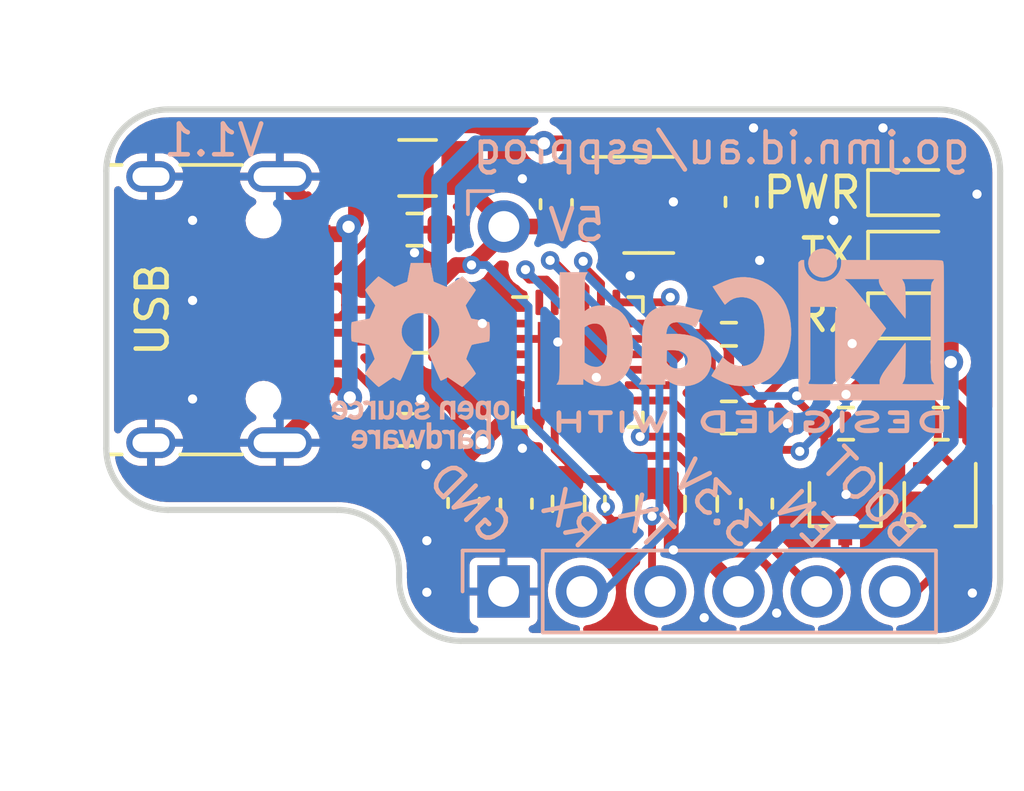
<source format=kicad_pcb>
(kicad_pcb (version 20210824) (generator pcbnew)
  (layers (0 "F.Cu" signal) (31 "B.Cu" signal) (34 "B.Paste" user) (35 "F.Paste" user) (36 "B.SilkS" user "B.Silkscreen") (37 "F.SilkS" user "F.Silkscreen") (38 "B.Mask" user) (39 "F.Mask" user) (44 "Edge.Cuts" user))
  (net 0 "")
  (net 1 "GND")
  (net 2 "+3V3")
  (net 3 "/BOOT")
  (net 17 "Net-(Q1-Pad1)")
  (net 18 "Net-(Q2-Pad1)")
  (net 19 "Net-(R5-Pad2)")
  (net 20 "Net-(R3-Pad2)")
  (net 21 "Net-(J2-PadB5)")
  (net 22 "Net-(J2-PadA5)")
  (net 23 "Net-(F1-Pad1)")
  (net 24 "Net-(D4-Pad1)")
  (net 25 "Net-(D3-Pad1)")
  (net 26 "Net-(D2-Pad1)")
  (net 27 "/TXT")
  (net 28 "/RX")
  (net 29 "/RXT")
  (net 30 "/TX")
  (net 31 "/RTS")
  (net 32 "/EN")
  (net 33 "/DTR")
  (net 34 "/D-")
  (net 35 "/D+")
  (net 36 "+5V")
  (net 37 "/CONN_D+")
  (net 38 "/CONN_D-")
  (footprint "Package_DFN_QFN:QFN-24-1EP_4x4mm_P0.5mm_EP2.6x2.6mm" (layer "F.Cu") (at 53.3 80.2)
    (fp_text reference "U1" hide)
    (fp_text value "CP2102N-Axx-xQFN24")
    (pad "1" smd roundrect locked (at -1.9375 -1.25) (size 0.825 0.25) (layers "F.Cu" "F.Paste" "F.Mask"))
    (pad "2" smd roundrect locked (at -1.9375 -0.75) (size 0.825 0.25) (layers "F.Cu" "F.Paste" "F.Mask") (net 1 "GND"))
    (pad "3" smd roundrect locked (at -1.9375 -0.25) (size 0.825 0.25) (layers "F.Cu" "F.Paste" "F.Mask") (net 35 "/D+"))
    (pad "4" smd roundrect locked (at -1.9375 0.25) (size 0.825 0.25) (layers "F.Cu" "F.Paste" "F.Mask") (net 34 "/D-"))
    (pad "5" smd roundrect locked (at -1.9375 0.75) (size 0.825 0.25) (layers "F.Cu" "F.Paste" "F.Mask") (net 2 "+3V3"))
    (pad "6" smd roundrect locked (at -1.9375 1.25) (size 0.825 0.25) (layers "F.Cu" "F.Paste" "F.Mask") (net 2 "+3V3"))
    (pad "7" smd roundrect locked (at -1.25 1.9375) (size 0.25 0.825) (layers "F.Cu" "F.Paste" "F.Mask") (net 2 "+3V3"))
    (pad "8" smd roundrect locked (at -0.75 1.9375) (size 0.25 0.825) (layers "F.Cu" "F.Paste" "F.Mask") (net 20 "Net-(R3-Pad2)"))
    (pad "9" smd roundrect locked (at -0.25 1.9375) (size 0.25 0.825) (layers "F.Cu" "F.Paste" "F.Mask") (net 19 "Net-(R5-Pad2)"))
    (pad "10" smd roundrect locked (at 0.25 1.9375) (size 0.25 0.825) (layers "F.Cu" "F.Paste" "F.Mask"))
    (pad "11" smd roundrect locked (at 0.75 1.9375) (size 0.25 0.825) (layers "F.Cu" "F.Paste" "F.Mask"))
    (pad "12" smd roundrect locked (at 1.25 1.9375) (size 0.25 0.825) (layers "F.Cu" "F.Paste" "F.Mask"))
    (pad "13" smd roundrect locked (at 1.9375 1.25) (size 0.825 0.25) (layers "F.Cu" "F.Paste" "F.Mask") (net 29 "/RXT"))
    (pad "14" smd roundrect locked (at 1.9375 0.75) (size 0.825 0.25) (layers "F.Cu" "F.Paste" "F.Mask") (net 27 "/TXT"))
    (pad "15" smd roundrect locked (at 1.9375 0.25) (size 0.825 0.25) (layers "F.Cu" "F.Paste" "F.Mask"))
    (pad "16" smd roundrect locked (at 1.9375 -0.25) (size 0.825 0.25) (layers "F.Cu" "F.Paste" "F.Mask"))
    (pad "17" smd roundrect locked (at 1.9375 -0.75) (size 0.825 0.25) (layers "F.Cu" "F.Paste" "F.Mask"))
    (pad "18" smd roundrect locked (at 1.9375 -1.25) (size 0.825 0.25) (layers "F.Cu" "F.Paste" "F.Mask"))
    (pad "19" smd roundrect locked (at 1.25 -1.9375) (size 0.25 0.825) (layers "F.Cu" "F.Paste" "F.Mask") (net 31 "/RTS"))
    (pad "20" smd roundrect locked (at 0.75 -1.9375) (size 0.25 0.825) (layers "F.Cu" "F.Paste" "F.Mask") (net 28 "/RX"))
    (pad "21" smd roundrect locked (at 0.25 -1.9375) (size 0.25 0.825) (layers "F.Cu" "F.Paste" "F.Mask") (net 30 "/TX"))
    (pad "22" smd roundrect locked (at -0.25 -1.9375) (size 0.25 0.825) (layers "F.Cu" "F.Paste" "F.Mask"))
    (pad "23" smd roundrect locked (at -0.75 -1.9375) (size 0.25 0.825) (layers "F.Cu" "F.Paste" "F.Mask") (net 33 "/DTR"))
    (pad "24" smd roundrect locked (at -1.25 -1.9375) (size 0.25 0.825) (layers "F.Cu" "F.Paste" "F.Mask"))
    (pad "25" smd rect locked (at 0 0) (size 2.6 2.6) (layers "F.Cu" "F.Mask") (net 1 "GND"))
  )
  (footprint "Resistor_SMD:R_0603_1608Metric" (layer "F.Cu") (at 58.2 78.4)
    (fp_text reference "R8" hide)
    (fp_text value "1k")
    (pad "1" smd roundrect locked (at -0.825 0) (size 0.8 0.95) (layers "F.Cu" "F.Paste" "F.Mask") (net 1 "GND"))
    (pad "2" smd roundrect locked (at 0.825 0) (size 0.8 0.95) (layers "F.Cu" "F.Paste" "F.Mask") (net 26 "Net-(D2-Pad1)"))
  )
  (footprint "Resistor_SMD:R_0603_1608Metric" (layer "F.Cu") (at 53 84.8 -90)
    (fp_text reference "R4" hide)
    (fp_text value "47.5k")
    (pad "1" smd roundrect locked (at -0.825 0 270) (size 0.8 0.95) (layers "F.Cu" "F.Paste" "F.Mask") (net 20 "Net-(R3-Pad2)"))
    (pad "2" smd roundrect locked (at 0.825 0 270) (size 0.8 0.95) (layers "F.Cu" "F.Paste" "F.Mask") (net 1 "GND"))
  )
  (footprint "Connector_USB:USB_C_Receptacle_HRO_TYPE-C-31-M-12" (layer "F.Cu") (at 40.5 78.5 -90)
    (fp_text reference "J2" hide)
    (fp_text value "USB_C_Receptacle_USB2.0")
    (pad "" np_thru_hole circle locked (at 2.89 -2.6 270) (size 0.65 0.65) (drill 0.65) (layers *.Cu *.Mask))
    (pad "" np_thru_hole circle locked (at -2.89 -2.6 270) (size 0.65 0.65) (drill 0.65) (layers *.Cu *.Mask))
    (pad "A1" smd rect locked (at -3.25 -4.045 270) (size 0.6 1.45) (layers "F.Cu" "F.Paste" "F.Mask") (net 1 "GND"))
    (pad "A4" smd rect locked (at -2.45 -4.045 270) (size 0.6 1.45) (layers "F.Cu" "F.Paste" "F.Mask") (net 23 "Net-(F1-Pad1)"))
    (pad "A5" smd rect locked (at -1.25 -4.045 270) (size 0.3 1.45) (layers "F.Cu" "F.Paste" "F.Mask") (net 22 "Net-(J2-PadA5)"))
    (pad "A6" smd rect locked (at -0.25 -4.045 270) (size 0.3 1.45) (layers "F.Cu" "F.Paste" "F.Mask") (net 37 "/CONN_D+"))
    (pad "A7" smd rect locked (at 0.25 -4.045 270) (size 0.3 1.45) (layers "F.Cu" "F.Paste" "F.Mask") (net 38 "/CONN_D-"))
    (pad "A8" smd rect locked (at 1.25 -4.045 270) (size 0.3 1.45) (layers "F.Cu" "F.Paste" "F.Mask"))
    (pad "A9" smd rect locked (at 2.45 -4.045 270) (size 0.6 1.45) (layers "F.Cu" "F.Paste" "F.Mask") (net 23 "Net-(F1-Pad1)"))
    (pad "A12" smd rect locked (at 3.25 -4.045 270) (size 0.6 1.45) (layers "F.Cu" "F.Paste" "F.Mask") (net 1 "GND"))
    (pad "B1" smd rect locked (at 3.25 -4.045 270) (size 0.6 1.45) (layers "F.Cu" "F.Paste" "F.Mask") (net 1 "GND"))
    (pad "B4" smd rect locked (at 2.45 -4.045 270) (size 0.6 1.45) (layers "F.Cu" "F.Paste" "F.Mask") (net 23 "Net-(F1-Pad1)"))
    (pad "B5" smd rect locked (at 1.75 -4.045 270) (size 0.3 1.45) (layers "F.Cu" "F.Paste" "F.Mask") (net 21 "Net-(J2-PadB5)"))
    (pad "B6" smd rect locked (at 0.75 -4.045 270) (size 0.3 1.45) (layers "F.Cu" "F.Paste" "F.Mask") (net 37 "/CONN_D+"))
    (pad "B7" smd rect locked (at -0.75 -4.045 270) (size 0.3 1.45) (layers "F.Cu" "F.Paste" "F.Mask") (net 38 "/CONN_D-"))
    (pad "B8" smd rect locked (at -1.75 -4.045 270) (size 0.3 1.45) (layers "F.Cu" "F.Paste" "F.Mask"))
    (pad "B9" smd rect locked (at -2.45 -4.045 270) (size 0.6 1.45) (layers "F.Cu" "F.Paste" "F.Mask") (net 23 "Net-(F1-Pad1)"))
    (pad "B12" smd rect locked (at -3.25 -4.045 270) (size 0.6 1.45) (layers "F.Cu" "F.Paste" "F.Mask") (net 1 "GND"))
    (pad "S1" thru_hole oval locked (at -4.32 -3.13 270) (size 1 2.1) (drill oval 0.6 1.7) (layers *.Cu *.Mask) (net 1 "GND"))
    (pad "S1" thru_hole oval locked (at -4.32 1.05 270) (size 1 1.6) (drill oval 0.6 1.2) (layers *.Cu *.Mask) (net 1 "GND"))
    (pad "S1" thru_hole oval locked (at 4.32 -3.13 270) (size 1 2.1) (drill oval 0.6 1.7) (layers *.Cu *.Mask) (net 1 "GND"))
    (pad "S1" thru_hole oval locked (at 4.32 1.05 270) (size 1 1.6) (drill oval 0.6 1.2) (layers *.Cu *.Mask) (net 1 "GND"))
  )
  (footprint "LED_SMD:LED_0603_1608Metric" (layer "F.Cu") (at 64.2 76.7)
    (fp_text reference "D4" hide)
    (fp_text value "LED")
    (pad "1" smd roundrect locked (at -0.7875 0) (size 0.875 0.95) (layers "F.Cu" "F.Paste" "F.Mask") (net 24 "Net-(D4-Pad1)"))
    (pad "2" smd roundrect locked (at 0.7875 0) (size 0.875 0.95) (layers "F.Cu" "F.Paste" "F.Mask") (net 2 "+3V3"))
  )
  (footprint "Fuse:Fuse_1206_3216Metric" (layer "F.Cu") (at 48.1 73.9)
    (fp_text reference "F1" hide)
    (fp_text value "500mA")
    (pad "1" smd roundrect locked (at -1.4 0) (size 1.25 1.75) (layers "F.Cu" "F.Paste" "F.Mask") (roundrect_rratio 0.2) (net 23 "Net-(F1-Pad1)"))
    (pad "2" smd roundrect locked (at 1.4 0) (size 1.25 1.75) (layers "F.Cu" "F.Paste" "F.Mask") (roundrect_rratio 0.2) (net 36 "+5V"))
  )
  (footprint "Resistor_SMD:R_0603_1608Metric" (layer "F.Cu") (at 47.7 82.4)
    (fp_text reference "R2" hide)
    (fp_text value "5.1K")
    (pad "1" smd roundrect locked (at -0.825 0) (size 0.8 0.95) (layers "F.Cu" "F.Paste" "F.Mask") (net 21 "Net-(J2-PadB5)"))
    (pad "2" smd roundrect locked (at 0.825 0) (size 0.8 0.95) (layers "F.Cu" "F.Paste" "F.Mask") (net 1 "GND"))
  )
  (footprint "Capacitor_SMD:C_0603_1608Metric" (layer "F.Cu") (at 58.6 75 -90)
    (fp_text reference "C4" hide)
    (fp_text value "10u")
    (pad "1" smd roundrect locked (at -0.775 0 270) (size 0.9 0.95) (layers "F.Cu" "F.Paste" "F.Mask") (net 2 "+3V3"))
    (pad "2" smd roundrect locked (at 0.775 0 270) (size 0.9 0.95) (layers "F.Cu" "F.Paste" "F.Mask") (net 1 "GND"))
  )
  (footprint "Package_TO_SOT_SMD:SOT-666" (layer "F.Cu") (at 48.3 79 180)
    (fp_text reference "U3" hide)
    (fp_text value "USBLC6-2P6")
    (pad "1" smd rect locked (at -0.85 -0.5375 180) (size 0.5 0.375) (layers "F.Cu" "F.Paste" "F.Mask") (net 35 "/D+"))
    (pad "2" smd rect locked (at -0.925 0 180) (size 0.65 0.3) (layers "F.Cu" "F.Paste" "F.Mask") (net 1 "GND"))
    (pad "3" smd rect locked (at -0.85 0.5375 180) (size 0.5 0.375) (layers "F.Cu" "F.Paste" "F.Mask") (net 34 "/D-"))
    (pad "4" smd rect locked (at 0.85 0.5375 180) (size 0.5 0.375) (layers "F.Cu" "F.Paste" "F.Mask") (net 38 "/CONN_D-"))
    (pad "5" smd rect locked (at 0.925 0 180) (size 0.65 0.3) (layers "F.Cu" "F.Paste" "F.Mask") (net 36 "+5V"))
    (pad "6" smd rect locked (at 0.85 -0.5375 180) (size 0.5 0.375) (layers "F.Cu" "F.Paste" "F.Mask") (net 37 "/CONN_D+"))
  )
  (footprint "Resistor_SMD:R_0603_1608Metric" (layer "F.Cu") (at 62 82.2 180)
    (fp_text reference "R7" hide)
    (fp_text value "10k")
    (pad "1" smd roundrect locked (at -0.825 0 180) (size 0.8 0.95) (layers "F.Cu" "F.Paste" "F.Mask") (net 18 "Net-(Q2-Pad1)"))
    (pad "2" smd roundrect locked (at 0.825 0 180) (size 0.8 0.95) (layers "F.Cu" "F.Paste" "F.Mask") (net 31 "/RTS"))
  )
  (footprint "Resistor_SMD:R_0603_1608Metric" (layer "F.Cu") (at 57.3 84.8 90)
    (fp_text reference "R5" hide)
    (fp_text value "1k")
    (pad "1" smd roundrect locked (at -0.825 0 90) (size 0.8 0.95) (layers "F.Cu" "F.Paste" "F.Mask") (net 2 "+3V3"))
    (pad "2" smd roundrect locked (at 0.825 0 90) (size 0.8 0.95) (layers "F.Cu" "F.Paste" "F.Mask") (net 19 "Net-(R5-Pad2)"))
  )
  (footprint "Package_TO_SOT_SMD:SOT-323_SC-70" (layer "F.Cu") (at 61.975 84.8 -90)
    (fp_text reference "Q1" hide)
    (fp_text value "BC847W")
    (pad "1" smd rect locked (at -1 -0.65 180) (size 0.45 0.7) (layers "F.Cu" "F.Paste" "F.Mask") (net 17 "Net-(Q1-Pad1)"))
    (pad "2" smd rect locked (at -1 0.65 180) (size 0.45 0.7) (layers "F.Cu" "F.Paste" "F.Mask") (net 31 "/RTS"))
    (pad "3" smd rect locked (at 1 0 180) (size 0.45 0.7) (layers "F.Cu" "F.Paste" "F.Mask") (net 32 "/EN"))
  )
  (footprint "Package_TO_SOT_SMD:SOT-23-5" (layer "F.Cu") (at 55.6 75.1)
    (fp_text reference "U2" hide)
    (fp_text value "AP2112K-3.3")
    (pad "1" smd roundrect locked (at -1.1375 -0.95) (size 1.325 0.6) (layers "F.Cu" "F.Paste" "F.Mask") (net 36 "+5V"))
    (pad "2" smd roundrect locked (at -1.1375 0) (size 1.325 0.6) (layers "F.Cu" "F.Paste" "F.Mask") (net 1 "GND"))
    (pad "3" smd roundrect locked (at -1.1375 0.95) (size 1.325 0.6) (layers "F.Cu" "F.Paste" "F.Mask") (net 36 "+5V"))
    (pad "4" smd roundrect locked (at 1.1375 0.95) (size 1.325 0.6) (layers "F.Cu" "F.Paste" "F.Mask"))
    (pad "5" smd roundrect locked (at 1.1375 -0.95) (size 1.325 0.6) (layers "F.Cu" "F.Paste" "F.Mask") (net 2 "+3V3"))
  )
  (footprint "Resistor_SMD:R_0603_1608Metric" (layer "F.Cu") (at 48 75.9)
    (fp_text reference "R1" hide)
    (fp_text value "5.1K")
    (pad "1" smd roundrect locked (at -0.825 0) (size 0.8 0.95) (layers "F.Cu" "F.Paste" "F.Mask") (net 22 "Net-(J2-PadA5)"))
    (pad "2" smd roundrect locked (at 0.825 0) (size 0.8 0.95) (layers "F.Cu" "F.Paste" "F.Mask") (net 1 "GND"))
  )
  (footprint "Capacitor_SMD:C_0603_1608Metric" (layer "F.Cu") (at 52.6 75.075 90)
    (fp_text reference "C3" hide)
    (fp_text value "10u")
    (pad "1" smd roundrect locked (at -0.775 0 90) (size 0.9 0.95) (layers "F.Cu" "F.Paste" "F.Mask") (net 36 "+5V"))
    (pad "2" smd roundrect locked (at 0.775 0 90) (size 0.9 0.95) (layers "F.Cu" "F.Paste" "F.Mask") (net 1 "GND"))
  )
  (footprint "Resistor_SMD:R_0603_1608Metric" (layer "F.Cu") (at 65.075 82.2)
    (fp_text reference "R6" hide)
    (fp_text value "10k")
    (pad "1" smd roundrect locked (at -0.825 0) (size 0.8 0.95) (layers "F.Cu" "F.Paste" "F.Mask") (net 17 "Net-(Q1-Pad1)"))
    (pad "2" smd roundrect locked (at 0.825 0) (size 0.8 0.95) (layers "F.Cu" "F.Paste" "F.Mask") (net 33 "/DTR"))
  )
  (footprint "Resistor_SMD:R_0603_1608Metric" (layer "F.Cu") (at 58.2 82)
    (fp_text reference "R9" hide)
    (fp_text value "1k")
    (pad "1" smd roundrect locked (at -0.825 0) (size 0.8 0.95) (layers "F.Cu" "F.Paste" "F.Mask") (net 29 "/RXT"))
    (pad "2" smd roundrect locked (at 0.825 0) (size 0.8 0.95) (layers "F.Cu" "F.Paste" "F.Mask") (net 25 "Net-(D3-Pad1)"))
  )
  (footprint "Package_TO_SOT_SMD:SOT-323_SC-70" (layer "F.Cu") (at 65.05 84.8 -90)
    (fp_text reference "Q2" hide)
    (fp_text value "BC847W")
    (pad "1" smd rect locked (at -1 -0.65 180) (size 0.45 0.7) (layers "F.Cu" "F.Paste" "F.Mask") (net 18 "Net-(Q2-Pad1)"))
    (pad "2" smd rect locked (at -1 0.65 180) (size 0.45 0.7) (layers "F.Cu" "F.Paste" "F.Mask") (net 33 "/DTR"))
    (pad "3" smd rect locked (at 1 0 180) (size 0.45 0.7) (layers "F.Cu" "F.Paste" "F.Mask") (net 3 "/BOOT"))
  )
  (footprint "Resistor_SMD:R_0603_1608Metric" (layer "F.Cu") (at 58.2 80.2)
    (fp_text reference "R10" hide)
    (fp_text value "1k")
    (pad "1" smd roundrect locked (at -0.825 0) (size 0.8 0.95) (layers "F.Cu" "F.Paste" "F.Mask") (net 27 "/TXT"))
    (pad "2" smd roundrect locked (at 0.825 0) (size 0.8 0.95) (layers "F.Cu" "F.Paste" "F.Mask") (net 24 "Net-(D4-Pad1)"))
  )
  (footprint "Capacitor_SMD:C_0603_1608Metric" (layer "F.Cu") (at 49.6 84.775 90)
    (fp_text reference "C2" hide)
    (fp_text value "4.7u")
    (pad "1" smd roundrect locked (at -0.775 0 90) (size 0.9 0.95) (layers "F.Cu" "F.Paste" "F.Mask") (net 1 "GND"))
    (pad "2" smd roundrect locked (at 0.775 0 90) (size 0.9 0.95) (layers "F.Cu" "F.Paste" "F.Mask") (net 2 "+3V3"))
  )
  (footprint "LED_SMD:LED_0603_1608Metric" (layer "F.Cu") (at 64.2 74.7)
    (fp_text reference "D2" hide)
    (fp_text value "LED")
    (pad "1" smd roundrect locked (at -0.7875 0) (size 0.875 0.95) (layers "F.Cu" "F.Paste" "F.Mask") (net 26 "Net-(D2-Pad1)"))
    (pad "2" smd roundrect locked (at 0.7875 0) (size 0.875 0.95) (layers "F.Cu" "F.Paste" "F.Mask") (net 2 "+3V3"))
  )
  (footprint "Resistor_SMD:R_0603_1608Metric" (layer "F.Cu") (at 54.7 84.8 90)
    (fp_text reference "R3" hide)
    (fp_text value "22.1k")
    (pad "1" smd roundrect locked (at -0.825 0 90) (size 0.8 0.95) (layers "F.Cu" "F.Paste" "F.Mask") (net 36 "+5V"))
    (pad "2" smd roundrect locked (at 0.825 0 90) (size 0.8 0.95) (layers "F.Cu" "F.Paste" "F.Mask") (net 20 "Net-(R3-Pad2)"))
  )
  (footprint "LED_SMD:LED_0603_1608Metric" (layer "F.Cu") (at 64.2 78.7)
    (fp_text reference "D3" hide)
    (fp_text value "LED")
    (pad "1" smd roundrect locked (at -0.7875 0) (size 0.875 0.95) (layers "F.Cu" "F.Paste" "F.Mask") (net 25 "Net-(D3-Pad1)"))
    (pad "2" smd roundrect locked (at 0.7875 0) (size 0.875 0.95) (layers "F.Cu" "F.Paste" "F.Mask") (net 2 "+3V3"))
  )
  (footprint "Capacitor_SMD:C_0603_1608Metric" (layer "F.Cu") (at 51.3 84.8 90)
    (fp_text reference "C1" hide)
    (fp_text value "0.1u")
    (pad "1" smd roundrect locked (at -0.775 0 90) (size 0.9 0.95) (layers "F.Cu" "F.Paste" "F.Mask") (net 1 "GND"))
    (pad "2" smd roundrect locked (at 0.775 0 90) (size 0.9 0.95) (layers "F.Cu" "F.Paste" "F.Mask") (net 2 "+3V3"))
  )
  (footprint "Capacitor_SMD:C_0603_1608Metric" (layer "F.Cu") (at 59.1 84.8 90)
    (fp_text reference "C5" hide)
    (fp_text value "1u")
    (pad "1" smd roundrect locked (at -0.775 0 90) (size 0.9 0.95) (layers "F.Cu" "F.Paste" "F.Mask") (net 32 "/EN"))
    (pad "2" smd roundrect locked (at 0.775 0 90) (size 0.9 0.95) (layers "F.Cu" "F.Paste" "F.Mask") (net 1 "GND"))
  )
  (footprint "Connector_PinSocket_2.54mm:PinSocket_1x01_P2.54mm_Vertical" (layer "B.Cu") (at 50.9 75.8 180)
    (fp_text reference "J3" hide)
    (fp_text value "Conn_01x01_Female")
    (pad "1" thru_hole circle locked (at 0 0 180) (size 1.7 1.7) (drill 1) (layers *.Cu *.Mask) (net 36 "+5V"))
  )
  (footprint "Connector_PinHeader_2.54mm:PinHeader_1x06_P2.54mm_Vertical" (layer "B.Cu") (at 50.89 87.65 -90)
    (fp_text reference "U4" hide)
    (fp_text value "ESP_Programmer")
    (pad "1" thru_hole rect locked (at 0 0 270) (size 1.7 1.7) (drill 1) (layers *.Cu *.Mask) (net 1 "GND"))
    (pad "2" thru_hole oval locked (at 0 -2.54 270) (size 1.7 1.7) (drill 1) (layers *.Cu *.Mask) (net 28 "/RX"))
    (pad "3" thru_hole oval locked (at 0 -5.08 270) (size 1.7 1.7) (drill 1) (layers *.Cu *.Mask) (net 30 "/TX"))
    (pad "4" thru_hole oval locked (at 0 -7.62 270) (size 1.7 1.7) (drill 1) (layers *.Cu *.Mask) (net 2 "+3V3"))
    (pad "5" thru_hole oval locked (at 0 -10.16 270) (size 1.7 1.7) (drill 1) (layers *.Cu *.Mask) (net 32 "/EN"))
    (pad "6" thru_hole oval locked (at 0 -12.7 270) (size 1.7 1.7) (drill 1) (layers *.Cu *.Mask) (net 3 "/BOOT"))
  )
  (footprint "Symbol:KiCad-Logo2_5mm_SilkScreen" (layer "B.Cu") (at 58.9 79.5 180)
    (fp_text reference "REF**" hide)
    (fp_text value "KiCad-Logo2_5mm_SilkScreen" hide)
  )
  (footprint "Symbol:OSHW-Logo_5.7x6mm_SilkScreen" (layer "B.Cu") (at 48.2 80 180)
    (fp_text reference "REF**" hide)
    (fp_text value "OSHW-Logo_5.7x6mm_SilkScreen" hide)
  )
  (gr_line (start 40 85) (end 45.5 85) (layer "Edge.Cuts") (width 0.2))
  (gr_line (start 67 74) (end 67 87.25) (layer "Edge.Cuts") (width 0.2))
  (gr_arc (start 65 73.999999) (end 65 72) (angle 90) (layer "Edge.Cuts") (width 0.2))
  (gr_arc (start 39.999999 74) (end 38 74) (angle 90) (layer "Edge.Cuts") (width 0.2))
  (gr_arc (start 65.000001 87.25) (end 67 87.25) (angle 90) (layer "Edge.Cuts") (width 0.2))
  (gr_line (start 47.5 87) (end 47.500001 87.250001) (layer "Edge.Cuts") (width 0.2))
  (gr_arc (start 49.5 87.250001) (end 49.5 89.25) (angle 90) (layer "Edge.Cuts") (width 0.2))
  (gr_line (start 49.5 89.25) (end 65 89.25) (layer "Edge.Cuts") (width 0.2))
  (gr_line (start 65 72) (end 39.999999 72.000001) (layer "Edge.Cuts") (width 0.2))
  (gr_line (start 38 74) (end 38 83) (layer "Edge.Cuts") (width 0.2))
  (gr_arc (start 40 83.000001) (end 40 85) (angle 90) (layer "Edge.Cuts") (width 0.2))
  (gr_arc (start 45.5 86.999999) (end 45.5 85) (angle 90) (layer "Edge.Cuts") (width 0.2))
  (gr_text "RX" (at 53.1 85.3 315) (layer "B.SilkS") (effects (font (size 1 1)) (justify mirror)))
  (gr_text "5V" (at 53.25 75.75) (layer "B.SilkS") (effects (font (size 1 1)) (justify mirror)))
  (gr_text "EN" (at 60.7 85.3 315) (layer "B.SilkS") (effects (font (size 1 1)) (justify mirror)))
  (gr_text "TX" (at 55.5 85.4 315) (layer "B.SilkS") (effects (font (size 1 1)) (justify mirror)))
  (gr_text "go.jmn.id.au/espprog" (at 57.9628 73.2536) (layer "B.SilkS") (effects (font (size 1 1)) (justify mirror)))
  (gr_text "GND" (at 49.8 84.8 315) (layer "B.SilkS") (effects (font (size 1 1)) (justify mirror)))
  (gr_text "BOOT" (at 62.85 84.6 315) (layer "B.SilkS") (effects (font (size 1 1)) (justify mirror)))
  (gr_text "3.3V" (at 57.8 84.8 315) (layer "B.SilkS") (effects (font (size 1 1)) (justify mirror)))
  (gr_text "V1.1" (at 41.5 73) (layer "B.SilkS") (effects (font (size 1 1)) (justify mirror)))
  (gr_text "PWR" (at 60.9 74.7) (layer "F.SilkS") (effects (font (size 1 1))))
  (gr_text "RX" (at 61.4 78.7) (layer "F.SilkS") (effects (font (size 1 1))))
  (gr_text "USB" (at 39.5 78.5 90) (layer "F.SilkS") (effects (font (size 1 1))))
  (gr_text "TX" (at 61.4 76.7) (layer "F.SilkS") (effects (font (size 1 1))))
  (segment (start 52.9 74.3) (end 52.6 74.3) (width 0.508) (layer "F.Cu") (net 1))
  (segment (start 44.545 75.25) (end 44.545 75.095) (width 0.508) (layer "F.Cu") (net 1))
  (segment (start 50.55 79.45) (end 51.3625 79.45) (width 0.254) (layer "F.Cu") (net 1))
  (segment (start 50.200596 79.100596) (end 50.55 79.45) (width 0.254) (layer "F.Cu") (net 1))
  (segment (start 52.65 79.55) (end 53.3 80.2) (width 0.254) (layer "F.Cu") (net 1))
  (segment (start 51.3625 79.45) (end 52.55 79.45) (width 0.254) (layer "F.Cu") (net 1))
  (segment (start 44.545 81.75) (end 44.545 81.905) (width 0.508) (layer "F.Cu") (net 1))
  (segment (start 53.7 75.1) (end 52.9 74.3) (width 0.508) (layer "F.Cu") (net 1))
  (segment (start 50.200596 78.948353) (end 50.200596 79.100596) (width 0.254) (layer "F.Cu") (net 1))
  (segment (start 54.4625 75.1) (end 53.7 75.1) (width 0.508) (layer "F.Cu") (net 1))
  (segment (start 44.545 75.095) (end 43.63 74.18) (width 0.508) (layer "F.Cu") (net 1))
  (segment (start 44.545 81.905) (end 43.63 82.82) (width 0.508) (layer "F.Cu") (net 1))
  (segment (start 52.55 79.45) (end 52.65 79.55) (width 0.254) (layer "F.Cu") (net 1))
  (via (at 61.6 75.6) (size 0.6) (drill 0.3) (layers "F.Cu" "B.Cu") (net 1))
  (via (at 59.75 88.35) (size 0.6) (drill 0.3) (layers "F.Cu" "B.Cu") (net 1))
  (via (at 56.4 75) (size 0.6) (drill 0.3) (layers "F.Cu" "B.Cu") (net 1))
  (via (at 48.369702 83.535287) (size 0.6) (drill 0.3) (layers "F.Cu" "B.Cu") (net 1))
  (via (at 57.4 88.5) (size 0.6) (drill 0.3) (layers "F.Cu" "B.Cu") (net 1))
  (via (at 66.25 74.75) (size 0.6) (drill 0.3) (layers "F.Cu" "B.Cu") (net 1))
  (via (at 48.4 87.675) (size 0.6) (drill 0.3) (layers "F.Cu" "B.Cu") (net 1))
  (via (at 56.4 86.3) (size 0.6) (drill 0.3) (layers "F.Cu" "B.Cu") (net 1))
  (via (at 60.1 82.2) (size 0.6) (drill 0.3) (layers "F.Cu" "B.Cu") (net 1))
  (via (at 55 77.4) (size 0.6) (drill 0.3) (layers "F.Cu" "B.Cu") (net 1))
  (via (at 51.5 74.25) (size 0.6) (drill 0.3) (layers "F.Cu" "B.Cu") (net 1))
  (via (at 48.4 86) (size 0.6) (drill 0.3) (layers "F.Cu" "B.Cu") (net 1))
  (via (at 48.2 81.4) (size 0.6) (drill 0.3) (layers "F.Cu" "B.Cu") (net 1))
  (via (at 52.65 79.55) (size 0.6) (drill 0.3) (layers "F.Cu" "B.Cu") (net 1))
  (via (at 59 72.6) (size 0.6) (drill 0.3) (layers "F.Cu" "B.Cu") (net 1))
  (via (at 66.1 87.7) (size 0.6) (drill 0.3) (layers "F.Cu" "B.Cu") (net 1))
  (via (at 48 76.65) (size 0.6) (drill 0.3) (layers "F.Cu" "B.Cu") (net 1))
  (via (at 53.9 80.7) (size 0.6) (drill 0.3) (layers "F.Cu" "B.Cu") (net 1))
  (via (at 62 84.5) (size 0.6) (drill 0.3) (layers "F.Cu" "B.Cu") (net 1))
  (via (at 40.8 75.6) (size 0.6) (drill 0.3) (layers "F.Cu" "B.Cu") (net 1))
  (via (at 59.2 76.9) (size 0.6) (drill 0.3) (layers "F.Cu" "B.Cu") (net 1))
  (via (at 50.200596 78.948353) (size 0.6) (drill 0.3) (layers "F.Cu" "B.Cu") (net 1))
  (via (at 63.2 72.6) (size 0.6) (drill 0.3) (layers "F.Cu" "B.Cu") (net 1))
  (via (at 51.5 83) (size 0.6) (drill 0.3) (layers "F.Cu" "B.Cu") (net 1))
  (via (at 62.2 79.6) (size 0.6) (drill 0.3) (layers "F.Cu" "B.Cu") (net 1))
  (via (at 40.8 81.4) (size 0.6) (drill 0.3) (layers "F.Cu" "B.Cu") (net 1))
  (via (at 40.8 78.2) (size 0.6) (drill 0.3) (layers "F.Cu" "B.Cu") (net 1))
  (segment (start 56.7375 74.15) (end 58.525 74.15) (width 0.508) (layer "F.Cu") (net 2))
  (segment (start 64.9875 74.7) (end 64.9875 76.7) (width 0.508) (layer "F.Cu") (net 2))
  (segment (start 65.4 79.1125) (end 64.9875 78.7) (width 0.508) (layer "F.Cu") (net 2))
  (segment (start 65.4 80.2) (end 65.4 79.1125) (width 0.508) (layer "F.Cu") (net 2))
  (segment (start 49.6 84) (end 51.275 84) (width 0.508) (layer "F.Cu") (net 2))
  (segment (start 55.6875 73.1) (end 56.7375 74.15) (width 0.508) (layer "F.Cu") (net 2))
  (segment (start 51.3625 81.45) (end 51.3625 80.96702) (width 0.381) (layer "F.Cu") (net 2))
  (segment (start 49.6 84) (end 49.6 83.4) (width 0.508) (layer "F.Cu") (net 2))
  (segment (start 57.3 85.625) (end 57.3 86.38) (width 0.508) (layer "F.Cu") (net 2))
  (segment (start 51.275 84) (end 51.3 84.025) (width 0.508) (layer "F.Cu") (net 2))
  (segment (start 49.6 83.4) (end 51.45625 81.54375) (width 0.508) (layer "F.Cu") (net 2))
  (segment (start 57.3 86.38) (end 58.62 87.7) (width 0.508) (layer "F.Cu") (net 2))
  (segment (start 51.3625 81.45) (end 51.65625 81.74375) (width 0.381) (layer "F.Cu") (net 2))
  (segment (start 63.6875 73.4) (end 64.9875 74.7) (width 0.508) (layer "F.Cu") (net 2))
  (segment (start 52.2 73.1) (end 55.6875 73.1) (width 0.508) (layer "F.Cu") (net 2))
  (segment (start 64.9875 76.7) (end 64.9875 78.7) (width 0.508) (layer "F.Cu") (net 2))
  (segment (start 58.6 74.225) (end 59.375 74.225) (width 0.508) (layer "F.Cu") (net 2))
  (segment (start 58.525 74.15) (end 58.6 74.225) (width 0.508) (layer "F.Cu") (net 2))
  (segment (start 50.2 82.8) (end 49.6 83.4) (width 0.508) (layer "F.Cu") (net 2))
  (segment (start 51.65625 81.74375) (end 52.03298 82.12048) (width 0.381) (layer "F.Cu") (net 2))
  (segment (start 60.2 73.4) (end 63.6875 73.4) (width 0.508) (layer "F.Cu") (net 2))
  (segment (start 59.375 74.225) (end 60.2 73.4) (width 0.508) (layer "F.Cu") (net 2))
  (segment (start 52.03298 82.12048) (end 52.03298 82.1375) (width 0.381) (layer "F.Cu") (net 2))
  (via (at 52.2 73.1) (size 0.8) (drill 0.4) (layers "F.Cu" "B.Cu") (net 2))
  (via (at 65.4 80.2) (size 0.8) (drill 0.4) (layers "F.Cu" "B.Cu") (net 2))
  (via (at 50.2 82.8) (size 0.8) (drill 0.4) (layers "F.Cu" "B.Cu") (net 2))
  (segment (start 58.62 87.7) (end 58.62 87.03) (width 0.508) (layer "B.Cu") (net 2))
  (segment (start 50.2 82.8) (end 50.2 82.334373) (width 0.508) (layer "B.Cu") (net 2))
  (segment (start 48.8 80.934373) (end 48.8 74.3) (width 0.508) (layer "B.Cu") (net 2))
  (segment (start 59.95 85.7) (end 62.45 85.7) (width 0.508) (layer "B.Cu") (net 2))
  (segment (start 50 73.1) (end 52.2 73.1) (width 0.508) (layer "B.Cu") (net 2))
  (segment (start 48.8 74.3) (end 50 73.1) (width 0.508) (layer "B.Cu") (net 2))
  (segment (start 58.62 87.03) (end 59.95 85.7) (width 0.508) (layer "B.Cu") (net 2))
  (segment (start 62.45 85.7) (end 65.4 82.75) (width 0.508) (layer "B.Cu") (net 2))
  (segment (start 50.2 82.334373) (end 48.8 80.934373) (width 0.508) (layer "B.Cu") (net 2))
  (segment (start 65.4 82.75) (end 65.4 80.2) (width 0.508) (layer "B.Cu") (net 2))
  (segment (start 65.05 86.9) (end 64.25 87.7) (width 0.254) (layer "F.Cu") (net 3))
  (segment (start 65.05 85.8) (end 65.05 86.9) (width 0.254) (layer "F.Cu") (net 3))
  (segment (start 64.25 87.7) (end 63.7 87.7) (width 0.254) (layer "F.Cu") (net 3))
  (segment (start 64.25 82.2) (end 64.225 82.2) (width 0.254) (layer "F.Cu") (net 17))
  (segment (start 64.225 82.2) (end 62.625 83.8) (width 0.254) (layer "F.Cu") (net 17))
  (segment (start 62.825 82.2) (end 62.825 81.75) (width 0.254) (layer "F.Cu") (net 18))
  (segment (start 62.825 81.75) (end 63.2875 81.2875) (width 0.254) (layer "F.Cu") (net 18))
  (segment (start 64.97652 81.701366) (end 64.97652 83.07652) (width 0.254) (layer "F.Cu") (net 18))
  (segment (start 64.562654 81.2875) (end 64.97652 81.701366) (width 0.254) (layer "F.Cu") (net 18))
  (segment (start 64.97652 83.07652) (end 65.7 83.8) (width 0.254) (layer "F.Cu") (net 18))
  (segment (start 63.2875 81.2875) (end 64.562654 81.2875) (width 0.254) (layer "F.Cu") (net 18))
  (segment (start 53.05 82.607228) (end 53.05 82.1375) (width 0.254) (layer "F.Cu") (net 19))
  (segment (start 56.57348 83.24848) (end 53.691252 83.24848) (width 0.254) (layer "F.Cu") (net 19))
  (segment (start 57.3 83.975) (end 56.57348 83.24848) (width 0.254) (layer "F.Cu") (net 19))
  (segment (start 53.691252 83.24848) (end 53.05 82.607228) (width 0.254) (layer "F.Cu") (net 19))
  (segment (start 53 83.5) (end 52.55 83.05) (width 0.254) (layer "F.Cu") (net 20))
  (segment (start 53.025 84) (end 53 83.975) (width 0.254) (layer "F.Cu") (net 20))
  (segment (start 53 83.975) (end 53 83.5) (width 0.254) (layer "F.Cu") (net 20))
  (segment (start 52.55 83.05) (end 52.55 82.1375) (width 0.254) (layer "F.Cu") (net 20))
  (segment (start 54.675 84) (end 53.025 84) (width 0.254) (layer "F.Cu") (net 20))
  (segment (start 54.7 83.975) (end 54.675 84) (width 0.254) (layer "F.Cu") (net 20))
  (segment (start 45.85 80.25) (end 46.875 81.275) (width 0.254) (layer "F.Cu") (net 21))
  (segment (start 44.545 80.25) (end 45.85 80.25) (width 0.254) (layer "F.Cu") (net 21))
  (segment (start 46.875 81.275) (end 46.875 82.4) (width 0.254) (layer "F.Cu") (net 21))
  (segment (start 44.545 77.25) (end 45.45 77.25) (width 0.254) (layer "F.Cu") (net 22))
  (segment (start 45.45 77.25) (end 46.8 75.9) (width 0.254) (layer "F.Cu") (net 22))
  (segment (start 46.8 75.9) (end 47.175 75.9) (width 0.254) (layer "F.Cu") (net 22))
  (segment (start 44.545 76.05) (end 45.677022 76.05) (width 0.508) (layer "F.Cu") (net 23))
  (segment (start 45.5 80.95) (end 45.9 81.35) (width 0.508) (layer "F.Cu") (net 23))
  (segment (start 45.677022 76.05) (end 46.1 75.627022) (width 0.508) (layer "F.Cu") (net 23))
  (segment (start 46.1 75.627022) (end 46.1 74.5) (width 0.508) (layer "F.Cu") (net 23))
  (segment (start 44.545 80.95) (end 45.5 80.95) (width 0.508) (layer "F.Cu") (net 23))
  (segment (start 46.1 74.5) (end 46.7 73.9) (width 0.508) (layer "F.Cu") (net 23))
  (via (at 45.9 81.35) (size 0.8) (drill 0.4) (layers "F.Cu" "B.Cu") (net 23))
  (via (at 45.861286 75.811286) (size 0.8) (drill 0.4) (layers "F.Cu" "B.Cu") (net 23))
  (segment (start 45.9 81.35) (end 45.9 75.85) (width 0.508) (layer "B.Cu") (net 23))
  (segment (start 45.9 75.85) (end 45.861286 75.811286) (width 0.508) (layer "B.Cu") (net 23))
  (segment (start 59.025 80.2) (end 59.7 80.2) (width 0.254) (layer "F.Cu") (net 24))
  (segment (start 59.7 80.2) (end 63.2 76.7) (width 0.254) (layer "F.Cu") (net 24))
  (segment (start 63.2 76.7) (end 63.4125 76.7) (width 0.254) (layer "F.Cu") (net 24))
  (segment (start 62 78.7) (end 63.4125 78.7) (width 0.254) (layer "F.Cu") (net 25))
  (segment (start 59.025 82) (end 59.025 81.675) (width 0.254) (layer "F.Cu") (net 25))
  (segment (start 59.025 81.675) (end 62 78.7) (width 0.254) (layer "F.Cu") (net 25))
  (segment (start 60.7 78.4) (end 62.64848 76.45152) (width 0.254) (layer "F.Cu") (net 26))
  (segment (start 59.025 78.4) (end 60.7 78.4) (width 0.254) (layer "F.Cu") (net 26))
  (segment (start 62.64848 75.46402) (end 63.4125 74.7) (width 0.254) (layer "F.Cu") (net 26))
  (segment (start 62.64848 76.45152) (end 62.64848 75.46402) (width 0.254) (layer "F.Cu") (net 26))
  (segment (start 56.35 80.95) (end 57.1 80.2) (width 0.254) (layer "F.Cu") (net 27))
  (segment (start 55.2375 80.95) (end 56.35 80.95) (width 0.254) (layer "F.Cu") (net 27))
  (segment (start 57.1 80.2) (end 57.375 80.2) (width 0.254) (layer "F.Cu") (net 27))
  (segment (start 54.05 77.651398) (end 54.05 78.2625) (width 0.254) (layer "F.Cu") (net 28))
  (segment (start 53.473486 76.927376) (end 53.473486 77.074884) (width 0.254) (layer "F.Cu") (net 28))
  (segment (start 53.473486 77.074884) (end 54.05 77.651398) (width 0.254) (layer "F.Cu") (net 28))
  (via (at 53.473486 76.927376) (size 0.6) (drill 0.3) (layers "F.Cu" "B.Cu") (net 28))
  (segment (start 53.473486 76.927376) (end 53.473486 77.273486) (width 0.254) (layer "B.Cu") (net 28))
  (segment (start 53.473486 77.273486) (end 56.4 80.2) (width 0.254) (layer "B.Cu") (net 28))
  (segment (start 54.1 87.7) (end 53.54 87.7) (width 0.254) (layer "B.Cu") (net 28))
  (segment (start 56.4 80.2) (end 56.4 85.4) (width 0.254) (layer "B.Cu") (net 28))
  (segment (start 56.4 85.4) (end 54.1 87.7) (width 0.254) (layer "B.Cu") (net 28))
  (segment (start 56.35 81.45) (end 56.9 82) (width 0.254) (layer "F.Cu") (net 29))
  (segment (start 56.9 82) (end 57.375 82) (width 0.254) (layer "F.Cu") (net 29))
  (segment (start 55.2375 81.45) (end 56.35 81.45) (width 0.254) (layer "F.Cu") (net 29))
  (segment (start 53.55 77.792772) (end 53.55 78.2625) (width 0.254) (layer "F.Cu") (net 30))
  (segment (start 52.5 76.9) (end 53.12348 77.52348) (width 0.254) (layer "F.Cu") (net 30))
  (segment (start 55.706997 85.206997) (end 55.706997 87.326997) (width 0.254) (layer "F.Cu") (net 30))
  (segment (start 53.280708 77.52348) (end 53.55 77.792772) (width 0.254) (layer "F.Cu") (net 30))
  (segment (start 53.12348 77.52348) (end 53.280708 77.52348) (width 0.254) (layer "F.Cu") (net 30))
  (segment (start 55.706997 87.326997) (end 56.08 87.7) (width 0.254) (layer "F.Cu") (net 30))
  (segment (start 52.4 76.9) (end 52.5 76.9) (width 0.254) (layer "F.Cu") (net 30))
  (via (at 55.706997 85.206997) (size 0.6) (drill 0.3) (layers "F.Cu" "B.Cu") (net 30))
  (via (at 52.4 76.9) (size 0.6) (drill 0.3) (layers "F.Cu" "B.Cu") (net 30))
  (segment (start 55.94648 80.44648) (end 52.4 76.9) (width 0.254) (layer "B.Cu") (net 30))
  (segment (start 55.94648 84.967514) (end 55.94648 80.44648) (width 0.254) (layer "B.Cu") (net 30))
  (segment (start 55.706997 85.206997) (end 55.94648 84.967514) (width 0.254) (layer "B.Cu") (net 30))
  (segment (start 61.3 83.775) (end 61.325 83.8) (width 0.254) (layer "F.Cu") (net 31))
  (segment (start 60.4 81.425) (end 61.175 82.2) (width 0.254) (layer "F.Cu") (net 31))
  (segment (start 60.4 81.3) (end 60.4 81.425) (width 0.254) (layer "F.Cu") (net 31))
  (segment (start 61.175 82.2) (end 61.3 82.325) (width 0.254) (layer "F.Cu") (net 31))
  (segment (start 56.3 78.1) (end 56.1375 78.2625) (width 0.254) (layer "F.Cu") (net 31))
  (segment (start 61.3 82.325) (end 61.3 83.775) (width 0.254) (layer "F.Cu") (net 31))
  (segment (start 56.1375 78.2625) (end 54.55 78.2625) (width 0.254) (layer "F.Cu") (net 31))
  (via (at 60.4 81.3) (size 0.6) (drill 0.3) (layers "F.Cu" "B.Cu") (net 31))
  (via (at 56.3 78.1) (size 0.6) (drill 0.3) (layers "F.Cu" "B.Cu") (net 31))
  (segment (start 56.3 78.5) (end 56.3 78.1) (width 0.254) (layer "B.Cu") (net 31))
  (segment (start 60.4 81.3) (end 59.1 81.3) (width 0.254) (layer "B.Cu") (net 31))
  (segment (start 59.1 81.3) (end 56.3 78.5) (width 0.254) (layer "B.Cu") (net 31))
  (segment (start 59.1 85.74) (end 60.96 87.6) (width 0.254) (layer "F.Cu") (net 32))
  (segment (start 61.975 86.885) (end 61.16 87.7) (width 0.254) (layer "F.Cu") (net 32))
  (segment (start 61.975 85.8) (end 61.975 86.885) (width 0.254) (layer "F.Cu") (net 32))
  (segment (start 59.1 85.575) (end 59.1 85.74) (width 0.254) (layer "F.Cu") (net 32))
  (segment (start 60.45 83.05) (end 60.5 83.1) (width 0.254) (layer "F.Cu") (net 33))
  (segment (start 64.88398 80.83398) (end 65.9 81.85) (width 0.254) (layer "F.Cu") (net 33))
  (segment (start 56.588354 82.62198) (end 57.016374 83.05) (width 0.254) (layer "F.Cu") (net 33))
  (segment (start 66.35 84.4) (end 66.35 83.2) (width 0.254) (layer "F.Cu") (net 33))
  (segment (start 52.280708 77.52348) (end 52.55 77.792772) (width 0.254) (layer "F.Cu") (net 33))
  (segment (start 57.016374 83.05) (end 60.45 83.05) (width 0.254) (layer "F.Cu") (net 33))
  (segment (start 66.1 84.65) (end 66.35 84.4) (width 0.254) (layer "F.Cu") (net 33))
  (segment (start 65.25 84.65) (end 66.1 84.65) (width 0.254) (layer "F.Cu") (net 33))
  (segment (start 62.41602 80.83398) (end 64.88398 80.83398) (width 0.254) (layer "F.Cu") (net 33))
  (segment (start 65.9 82.75) (end 65.9 82.2) (width 0.254) (layer "F.Cu") (net 33))
  (segment (start 51.6 77.2) (end 51.6 77.4) (width 0.254) (layer "F.Cu") (net 33))
  (segment (start 65.9 81.85) (end 65.9 82.2) (width 0.254) (layer "F.Cu") (net 33))
  (segment (start 64.4 83.8) (end 65.25 84.65) (width 0.254) (layer "F.Cu") (net 33))
  (segment (start 55.31998 82.62198) (end 56.588354 82.62198) (width 0.254) (layer "F.Cu") (net 33))
  (segment (start 51.6 77.4) (end 51.72348 77.52348) (width 0.254) (layer "F.Cu") (net 33))
  (segment (start 52.55 77.792772) (end 52.55 78.2625) (width 0.254) (layer "F.Cu") (net 33))
  (segment (start 62 81.25) (end 62.41602 80.83398) (width 0.254) (layer "F.Cu") (net 33))
  (segment (start 66.35 83.2) (end 65.9 82.75) (width 0.254) (layer "F.Cu") (net 33))
  (segment (start 51.72348 77.52348) (end 52.280708 77.52348) (width 0.254) (layer "F.Cu") (net 33))
  (via (at 62 81.25) (size 0.6) (drill 0.3) (layers "F.Cu" "B.Cu") (net 33))
  (via (at 51.6 77.2) (size 0.6) (drill 0.3) (layers "F.Cu" "B.Cu") (net 33))
  (via (at 55.31998 82.62198) (size 0.6) (drill 0.3) (layers "F.Cu" "B.Cu") (net 33))
  (via (at 60.5 83.1) (size 0.6) (drill 0.3) (layers "F.Cu" "B.Cu") (net 33))
  (segment (start 62 81.25) (end 62 81.6) (width 0.254) (layer "B.Cu") (net 33))
  (segment (start 55.49296 82.449) (end 55.31998 82.62198) (width 0.254) (layer "B.Cu") (net 33))
  (segment (start 62 81.6) (end 60.5 83.1) (width 0.254) (layer "B.Cu") (net 33))
  (segment (start 55.49296 81.09296) (end 55.49296 82.449) (width 0.254) (layer "B.Cu") (net 33))
  (segment (start 51.6 77.2) (end 55.49296 81.09296) (width 0.254) (layer "B.Cu") (net 33))
  (segment (start 48.573489 80.051511) (end 49.739155 80.051511) (width 0.254) (layer "F.Cu") (net 34))
  (segment (start 48.573489 78.709491) (end 48.573489 80.051511) (width 0.254) (layer "F.Cu") (net 34))
  (segment (start 50.137644 80.45) (end 51.3625 80.45) (width 0.254) (layer "F.Cu") (net 34))
  (segment (start 49.739155 80.051511) (end 50.137644 80.45) (width 0.254) (layer "F.Cu") (net 34))
  (segment (start 49.15 78.4625) (end 48.82048 78.4625) (width 0.254) (layer "F.Cu") (net 34))
  (segment (start 48.82048 78.4625) (end 48.573489 78.709491) (width 0.254) (layer "F.Cu") (net 34))
  (segment (start 49.9875 79.5375) (end 50.4 79.95) (width 0.254) (layer "F.Cu") (net 35))
  (segment (start 50.4 79.95) (end 51.3625 79.95) (width 0.254) (layer "F.Cu") (net 35))
  (segment (start 49.15 79.5375) (end 49.9875 79.5375) (width 0.254) (layer "F.Cu") (net 35))
  (segment (start 55.6 74.717338) (end 55.032662 74.15) (width 0.508) (layer "F.Cu") (net 36))
  (segment (start 54.2 85.125) (end 54.7 85.625) (width 0.254) (layer "F.Cu") (net 36))
  (segment (start 52.55 75.8) (end 52.6 75.85) (width 0.508) (layer "F.Cu") (net 36))
  (segment (start 48.119969 78.883053) (end 48.119969 78.280031) (width 0.254) (layer "F.Cu") (net 36))
  (segment (start 49.875 77.05) (end 49.85 77.05) (width 0.508) (layer "F.Cu") (net 36))
  (segment (start 48.119969 78.280031) (end 48.153511 78.246489) (width 0.254) (layer "F.Cu") (net 36))
  (segment (start 49.85 77.05) (end 49.35 77.05) (width 0.508) (layer "F.Cu") (net 36))
  (segment (start 50.9 75.8) (end 52.55 75.8) (width 0.508) (layer "F.Cu") (net 36))
  (segment (start 54.2 84.9) (end 54.2 85.125) (width 0.254) (layer "F.Cu") (net 36))
  (segment (start 49.5 74.3) (end 51 75.8) (width 0.508) (layer "F.Cu") (net 36))
  (segment (start 53.35 75.85) (end 52.6 75.85) (width 0.508) (layer "F.Cu") (net 36))
  (segment (start 47.375 79) (end 48.003022 79) (width 0.254) (layer "F.Cu") (net 36))
  (segment (start 53.55 76.05) (end 53.35 75.85) (width 0.508) (layer "F.Cu") (net 36))
  (segment (start 48.003022 79) (end 48.119969 78.883053) (width 0.254) (layer "F.Cu") (net 36))
  (segment (start 54.4625 76.05) (end 55.15 76.05) (width 0.508) (layer "F.Cu") (net 36))
  (segment (start 55.6 75.6) (end 55.6 74.717338) (width 0.508) (layer "F.Cu") (net 36))
  (segment (start 54.4625 76.05) (end 53.55 76.05) (width 0.508) (layer "F.Cu") (net 36))
  (segment (start 55.032662 74.15) (end 54.4625 74.15) (width 0.508) (layer "F.Cu") (net 36))
  (segment (start 51.05 75.85) (end 51 75.8) (width 0.508) (layer "F.Cu") (net 36))
  (segment (start 50.9 76.025) (end 50.9 75.8) (width 0.508) (layer "F.Cu") (net 36))
  (segment (start 49.875 77.05) (end 50.9 76.025) (width 0.508) (layer "F.Cu") (net 36))
  (segment (start 49.5 73.9) (end 49.5 74.3) (width 0.508) (layer "F.Cu") (net 36))
  (segment (start 49.35 77.05) (end 48.153511 78.246489) (width 0.508) (layer "F.Cu") (net 36))
  (segment (start 55.15 76.05) (end 55.6 75.6) (width 0.508) (layer "F.Cu") (net 36))
  (segment (start 49.5 73.9) (end 49.6 74) (width 0.508) (layer "F.Cu") (net 36))
  (via (at 54.2 84.9) (size 0.6) (drill 0.3) (layers "F.Cu" "B.Cu") (net 36))
  (via (at 49.85 77.05) (size 0.6) (drill 0.3) (layers "F.Cu" "B.Cu") (net 36))
  (segment (start 50.35 77.05) (end 49.875 77.05) (width 0.254) (layer "B.Cu") (net 36))
  (segment (start 54.2 84.6) (end 51.7 82.1) (width 0.254) (layer "B.Cu") (net 36))
  (segment (start 51.7 78.4) (end 50.35 77.05) (width 0.254) (layer "B.Cu") (net 36))
  (segment (start 51.7 82.1) (end 51.7 78.4) (width 0.254) (layer "B.Cu") (net 36))
  (segment (start 54.2 84.9) (end 54.2 84.6) (width 0.254) (layer "B.Cu") (net 36))
  (segment (start 46.0375 79.5375) (end 47.45 79.5375) (width 0.254) (layer "F.Cu") (net 37))
  (segment (start 44.545 78.25) (end 43.516978 78.25) (width 0.254) (layer "F.Cu") (net 37))
  (segment (start 43.516978 78.25) (end 43.25 78.516978) (width 0.254) (layer "F.Cu") (net 37))
  (segment (start 43.25 78.516978) (end 43.25 78.983022) (width 0.254) (layer "F.Cu") (net 37))
  (segment (start 44.545 79.25) (end 45.75 79.25) (width 0.254) (layer "F.Cu") (net 37))
  (segment (start 45.75 79.25) (end 46.0375 79.5375) (width 0.254) (layer "F.Cu") (net 37))
  (segment (start 43.516978 79.25) (end 44.545 79.25) (width 0.254) (layer "F.Cu") (net 37))
  (segment (start 43.25 78.983022) (end 43.516978 79.25) (width 0.254) (layer "F.Cu") (net 37))
  (segment (start 45.75 78.573022) (end 45.573022 78.75) (width 0.254) (layer "F.Cu") (net 38))
  (segment (start 47.4125 78.5) (end 47.45 78.4625) (width 0.254) (layer "F.Cu") (net 38))
  (segment (start 45.75 78.35) (end 45.9 78.5) (width 0.254) (layer "F.Cu") (net 38))
  (segment (start 45.573022 78.75) (end 44.545 78.75) (width 0.254) (layer "F.Cu") (net 38))
  (segment (start 45.55 77.75) (end 45.75 77.95) (width 0.254) (layer "F.Cu") (net 38))
  (segment (start 45.9 78.5) (end 47.4125 78.5) (width 0.254) (layer "F.Cu") (net 38))
  (segment (start 45.75 77.95) (end 45.75 78.35) (width 0.254) (layer "F.Cu") (net 38))
  (segment (start 45.75 78.35) (end 45.75 78.573022) (width 0.254) (layer "F.Cu") (net 38))
  (segment (start 44.545 77.75) (end 45.55 77.75) (width 0.254) (layer "F.Cu") (net 38))
  (zone (net 1) (net_name "GND") (layers F&B.Cu) (name "GND") (connect_pads (clearance 0.254)) (min_thickness 0.254) (fill yes (thermal_gap 0.254) (thermal_bridge_width 0.254))
    (polygon (pts (xy 67.705609 89.890694) (xy 46.12526 89.927845) (xy 46.169339 85.713276) (xy 35.9 85.7) (xy 35.9 71.4) (xy 67.8 71.5)))
  )
)
</source>
